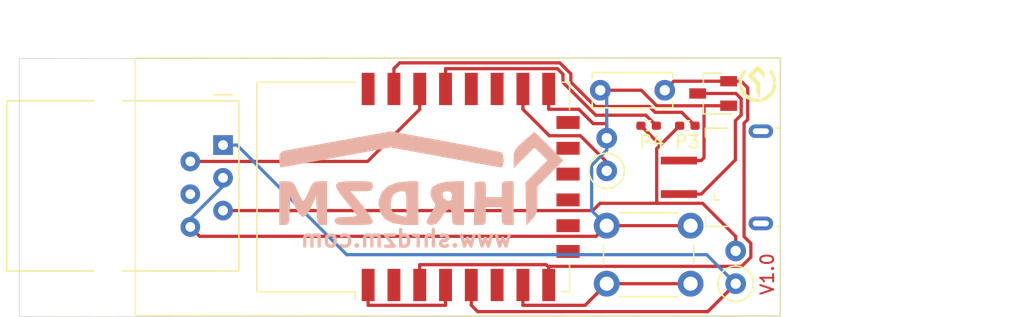
<source format=kicad_pcb>
(kicad_pcb (version 20171130) (host pcbnew "(5.1.9)-1")

  (general
    (thickness 1.6)
    (drawings 12)
    (tracks 100)
    (zones 0)
    (modules 12)
    (nets 24)
  )

  (page A4)
  (layers
    (0 F.Cu signal)
    (31 B.Cu signal)
    (32 B.Adhes user)
    (33 F.Adhes user)
    (34 B.Paste user)
    (35 F.Paste user)
    (36 B.SilkS user)
    (37 F.SilkS user)
    (38 B.Mask user)
    (39 F.Mask user)
    (40 Dwgs.User user)
    (41 Cmts.User user)
    (42 Eco1.User user)
    (43 Eco2.User user)
    (44 Edge.Cuts user)
    (45 Margin user)
    (46 B.CrtYd user)
    (47 F.CrtYd user)
    (48 B.Fab user)
    (49 F.Fab user)
  )

  (setup
    (last_trace_width 0.25)
    (trace_clearance 0.2)
    (zone_clearance 0.508)
    (zone_45_only no)
    (trace_min 0.2)
    (via_size 0.8)
    (via_drill 0.4)
    (via_min_size 0.4)
    (via_min_drill 0.3)
    (uvia_size 0.3)
    (uvia_drill 0.1)
    (uvias_allowed no)
    (uvia_min_size 0.2)
    (uvia_min_drill 0.1)
    (edge_width 0.05)
    (segment_width 0.2)
    (pcb_text_width 0.3)
    (pcb_text_size 1.5 1.5)
    (mod_edge_width 0.12)
    (mod_text_size 1 1)
    (mod_text_width 0.15)
    (pad_size 1.524 1.524)
    (pad_drill 0.762)
    (pad_to_mask_clearance 0)
    (aux_axis_origin 0 0)
    (visible_elements 7FFFFFFF)
    (pcbplotparams
      (layerselection 0x010fc_ffffffff)
      (usegerberextensions false)
      (usegerberattributes true)
      (usegerberadvancedattributes true)
      (creategerberjobfile true)
      (excludeedgelayer true)
      (linewidth 0.100000)
      (plotframeref false)
      (viasonmask false)
      (mode 1)
      (useauxorigin false)
      (hpglpennumber 1)
      (hpglpenspeed 20)
      (hpglpendiameter 15.000000)
      (psnegative false)
      (psa4output false)
      (plotreference true)
      (plotvalue true)
      (plotinvisibletext false)
      (padsonsilk false)
      (subtractmaskfromsilk false)
      (outputformat 1)
      (mirror false)
      (drillshape 1)
      (scaleselection 1)
      (outputdirectory ""))
  )

  (net 0 "")
  (net 1 +3V3)
  (net 2 "Net-(C2-Pad2)")
  (net 3 /GPIO3)
  (net 4 "Net-(J5-Pad1)")
  (net 5 "Net-(J7-Pad5)")
  (net 6 "Net-(J7-Pad4)")
  (net 7 "Net-(J7-Pad2)")
  (net 8 "Net-(J7-Pad1)")
  (net 9 "Net-(R1-Pad1)")
  (net 10 /GPIO4)
  (net 11 "Net-(SW1-Pad1)")
  (net 12 "Net-(U2-Pad1)")
  (net 13 "Net-(U2-Pad2)")
  (net 14 "Net-(U2-Pad6)")
  (net 15 "Net-(U2-Pad9)")
  (net 16 "Net-(U2-Pad10)")
  (net 17 "Net-(U2-Pad11)")
  (net 18 "Net-(U2-Pad12)")
  (net 19 "Net-(U2-Pad13)")
  (net 20 "Net-(U2-Pad14)")
  (net 21 "Net-(U2-Pad17)")
  (net 22 "Net-(U2-Pad18)")
  (net 23 "Net-(U2-Pad22)")

  (net_class Default "This is the default net class."
    (clearance 0.2)
    (trace_width 0.25)
    (via_dia 0.8)
    (via_drill 0.4)
    (uvia_dia 0.3)
    (uvia_drill 0.1)
    (add_net +3V3)
    (add_net /GPIO3)
    (add_net /GPIO4)
    (add_net "Net-(C2-Pad2)")
    (add_net "Net-(J5-Pad1)")
    (add_net "Net-(J7-Pad1)")
    (add_net "Net-(J7-Pad2)")
    (add_net "Net-(J7-Pad4)")
    (add_net "Net-(J7-Pad5)")
    (add_net "Net-(R1-Pad1)")
    (add_net "Net-(SW1-Pad1)")
    (add_net "Net-(U2-Pad1)")
    (add_net "Net-(U2-Pad10)")
    (add_net "Net-(U2-Pad11)")
    (add_net "Net-(U2-Pad12)")
    (add_net "Net-(U2-Pad13)")
    (add_net "Net-(U2-Pad14)")
    (add_net "Net-(U2-Pad17)")
    (add_net "Net-(U2-Pad18)")
    (add_net "Net-(U2-Pad2)")
    (add_net "Net-(U2-Pad22)")
    (add_net "Net-(U2-Pad6)")
    (add_net "Net-(U2-Pad9)")
  )

  (module "SHRDZM:SHRDZM 22x7" (layer B.Cu) (tedit 0) (tstamp 606D1335)
    (at 63 43.25 180)
    (fp_text reference G1 (at 0 0) (layer B.SilkS) hide
      (effects (font (size 1.524 1.524) (thickness 0.3)) (justify mirror))
    )
    (fp_text value LOGO (at 0.75 0) (layer B.SilkS) hide
      (effects (font (size 1.524 1.524) (thickness 0.3)) (justify mirror))
    )
    (fp_poly (pts (xy 6.33845 2.855293) (xy 7.417916 2.659623) (xy 8.416121 2.477961) (xy 9.287089 2.318731)
      (xy 9.98484 2.19036) (xy 10.463396 2.101271) (xy 10.660304 2.063377) (xy 10.937411 1.968731)
      (xy 11.057669 1.770842) (xy 11.083637 1.373224) (xy 11.061472 0.992029) (xy 11.006232 0.783193)
      (xy 10.98564 0.769697) (xy 10.81443 0.79655) (xy 10.380107 0.87235) (xy 9.722286 0.989964)
      (xy 8.880581 1.142255) (xy 7.894607 1.322089) (xy 6.803979 1.522331) (xy 6.675337 1.546032)
      (xy 2.463031 2.322366) (xy -1.749276 1.546032) (xy -2.854042 1.343541) (xy -3.863046 1.160741)
      (xy -4.735726 1.004807) (xy -5.431519 0.882919) (xy -5.909864 0.802252) (xy -6.130199 0.769986)
      (xy -6.136549 0.769697) (xy -6.253464 0.905031) (xy -6.310375 1.238488) (xy -6.311515 1.2994)
      (xy -6.273638 1.680671) (xy -6.181152 1.907521) (xy -6.168231 1.917657) (xy -5.98478 1.967536)
      (xy -5.538462 2.064115) (xy -4.8694 2.199457) (xy -4.017718 2.365623) (xy -3.02354 2.554673)
      (xy -1.92699 2.758671) (xy -1.792509 2.783396) (xy 2.43993 3.56058) (xy 6.33845 2.855293)) (layer B.SilkS) (width 0.01))
    (fp_poly (pts (xy 8.26362 -0.330757) (xy 8.475033 -0.447322) (xy 8.651647 -0.729463) (xy 8.803601 -1.077575)
      (xy 8.999928 -1.504146) (xy 9.165105 -1.783649) (xy 9.236364 -1.847272) (xy 9.352911 -1.717378)
      (xy 9.532806 -1.383147) (xy 9.669127 -1.077575) (xy 9.871071 -0.630791) (xy 10.049204 -0.401604)
      (xy 10.284523 -0.318124) (xy 10.536318 -0.307878) (xy 11.083637 -0.307878) (xy 11.083637 -3.694545)
      (xy 10.705532 -3.694545) (xy 10.509824 -3.676699) (xy 10.392873 -3.579298) (xy 10.329724 -3.336552)
      (xy 10.295422 -2.882668) (xy 10.282199 -2.578484) (xy 10.23697 -1.462424) (xy 9.87165 -2.270606)
      (xy 9.578486 -2.808425) (xy 9.317423 -3.060581) (xy 9.236364 -3.078787) (xy 8.988976 -2.928941)
      (xy 8.705713 -2.48863) (xy 8.601078 -2.270606) (xy 8.235758 -1.462424) (xy 8.190529 -2.578484)
      (xy 8.161159 -3.154028) (xy 8.114644 -3.487584) (xy 8.026028 -3.644945) (xy 7.870356 -3.691902)
      (xy 7.767196 -3.694545) (xy 7.389091 -3.694545) (xy 7.389091 -0.307878) (xy 7.93641 -0.307878)
      (xy 8.26362 -0.330757)) (layer B.SilkS) (width 0.01))
    (fp_poly (pts (xy 6.008444 -0.324563) (xy 6.489165 -0.397713) (xy 6.697007 -0.561976) (xy 6.648045 -0.851995)
      (xy 6.358353 -1.302417) (xy 5.943455 -1.826753) (xy 5.558275 -2.307948) (xy 5.261632 -2.698313)
      (xy 5.0982 -2.938158) (xy 5.08 -2.980469) (xy 5.219249 -3.034323) (xy 5.578439 -3.070034)
      (xy 5.926667 -3.078787) (xy 6.415954 -3.092151) (xy 6.670845 -3.149929) (xy 6.764304 -3.278654)
      (xy 6.773334 -3.386666) (xy 6.751251 -3.529762) (xy 6.646928 -3.620073) (xy 6.403254 -3.669624)
      (xy 5.96312 -3.690438) (xy 5.31091 -3.694545) (xy 4.627332 -3.688681) (xy 4.195493 -3.66408)
      (xy 3.959361 -3.610229) (xy 3.862904 -3.516613) (xy 3.848485 -3.420136) (xy 3.942489 -3.182397)
      (xy 4.193196 -2.785351) (xy 4.553648 -2.300582) (xy 4.706811 -2.111651) (xy 5.565136 -1.077575)
      (xy 4.706811 -1.077575) (xy 4.217751 -1.0679) (xy 3.961604 -1.016496) (xy 3.863511 -0.889801)
      (xy 3.848485 -0.692727) (xy 3.859459 -0.510799) (xy 3.93181 -0.397724) (xy 4.12468 -0.33713)
      (xy 4.497215 -0.312646) (xy 5.108556 -0.3079) (xy 5.238771 -0.307878) (xy 6.008444 -0.324563)) (layer B.SilkS) (width 0.01))
    (fp_poly (pts (xy 0.962122 -0.308737) (xy 1.928012 -0.402391) (xy 2.653662 -0.67821) (xy 3.134329 -1.132748)
      (xy 3.365267 -1.76256) (xy 3.386667 -2.069914) (xy 3.266339 -2.744473) (xy 2.90305 -3.237267)
      (xy 2.293344 -3.550801) (xy 1.433765 -3.68758) (xy 1.144525 -3.694545) (xy 0.307879 -3.694545)
      (xy 0.307879 -2.081114) (xy 1.231516 -2.081114) (xy 1.231516 -3.084653) (xy 1.654849 -2.983524)
      (xy 2.038885 -2.855649) (xy 2.270607 -2.730833) (xy 2.421578 -2.446134) (xy 2.454349 -2.018098)
      (xy 2.37379 -1.585602) (xy 2.221126 -1.31948) (xy 1.87761 -1.126027) (xy 1.605368 -1.077575)
      (xy 1.404546 -1.09646) (xy 1.292558 -1.199363) (xy 1.243559 -1.455657) (xy 1.231705 -1.934715)
      (xy 1.231516 -2.081114) (xy 0.307879 -2.081114) (xy 0.307879 -0.307878) (xy 0.962122 -0.308737)) (layer B.SilkS) (width 0.01))
    (fp_poly (pts (xy -1.761891 -0.364157) (xy -1.176456 -0.517601) (xy -0.795358 -0.745123) (xy -0.736702 -0.817812)
      (xy -0.622926 -1.255003) (xy -0.751502 -1.713021) (xy -0.860068 -1.862081) (xy -0.99411 -2.05174)
      (xy -0.986149 -2.247786) (xy -0.818135 -2.550589) (xy -0.706128 -2.718119) (xy -0.410165 -3.208523)
      (xy -0.330986 -3.512364) (xy -0.469438 -3.662528) (xy -0.731212 -3.694129) (xy -1.056406 -3.624237)
      (xy -1.314776 -3.367405) (xy -1.462424 -3.118673) (xy -1.71518 -2.746889) (xy -1.971816 -2.518078)
      (xy -2.039696 -2.492044) (xy -2.214385 -2.513209) (xy -2.293196 -2.712421) (xy -2.30909 -3.0675)
      (xy -2.326485 -3.466995) (xy -2.421636 -3.64641) (xy -2.658995 -3.693258) (xy -2.770909 -3.694545)
      (xy -3.232727 -3.694545) (xy -3.232727 -1.47313) (xy -2.30909 -1.47313) (xy -2.258836 -1.761451)
      (xy -2.055968 -1.82919) (xy -1.962727 -1.819494) (xy -1.651515 -1.644194) (xy -1.567172 -1.423939)
      (xy -1.58782 -1.165224) (xy -1.807492 -1.080681) (xy -1.913535 -1.077575) (xy -2.211204 -1.136573)
      (xy -2.306171 -1.375294) (xy -2.30909 -1.47313) (xy -3.232727 -1.47313) (xy -3.232727 -0.307878)
      (xy -2.473051 -0.307878) (xy -1.761891 -0.364157)) (layer B.SilkS) (width 0.01))
    (fp_poly (pts (xy -6.323272 -0.332194) (xy -6.191634 -0.463962) (xy -6.158304 -0.791414) (xy -6.157575 -0.923636)
      (xy -6.157575 -1.539394) (xy -4.92606 -1.539394) (xy -4.92606 -0.913411) (xy -4.90997 -0.516795)
      (xy -4.822498 -0.347616) (xy -4.604841 -0.325687) (xy -4.502727 -0.336138) (xy -4.079393 -0.384848)
      (xy -4.035701 -2.039697) (xy -3.992008 -3.694545) (xy -4.459034 -3.694545) (xy -4.746185 -3.674901)
      (xy -4.882186 -3.560245) (xy -4.923389 -3.266991) (xy -4.92606 -3.001818) (xy -4.92606 -2.30909)
      (xy -6.157575 -2.30909) (xy -6.157575 -3.001818) (xy -6.170963 -3.427786) (xy -6.248259 -3.629539)
      (xy -6.445168 -3.690629) (xy -6.619393 -3.694545) (xy -7.081212 -3.694545) (xy -7.081212 -0.307878)
      (xy -6.619393 -0.307878) (xy -6.323272 -0.332194)) (layer B.SilkS) (width 0.01))
    (fp_poly (pts (xy -7.889393 2.826854) (xy -7.459882 2.439798) (xy -7.217448 2.152798) (xy -7.109048 1.873213)
      (xy -7.081642 1.508401) (xy -7.081212 1.415339) (xy -7.081212 0.703245) (xy -7.893288 1.505234)
      (xy -8.705365 2.307223) (xy -9.201025 1.811562) (xy -9.696686 1.315902) (xy -8.84527 0.455508)
      (xy -7.993854 -0.404885) (xy -8.037836 -2.060399) (xy -8.081818 -3.715914) (xy -8.505151 -3.273473)
      (xy -8.733883 -3.000547) (xy -8.861695 -2.717593) (xy -8.917059 -2.323211) (xy -8.928484 -1.765742)
      (xy -8.928484 -0.700453) (xy -10.929686 1.316201) (xy -9.813631 2.421238) (xy -8.697575 3.526275)
      (xy -7.889393 2.826854)) (layer B.SilkS) (width 0.01))
  )

  (module "SHRDZM:SHRDZM Symbol 3x3" (layer F.Cu) (tedit 0) (tstamp 606D113A)
    (at 89 36)
    (fp_text reference G2 (at 0 0) (layer F.SilkS) hide
      (effects (font (size 1.524 1.524) (thickness 0.3)))
    )
    (fp_text value LOGO (at 0.75 0) (layer F.SilkS) hide
      (effects (font (size 1.524 1.524) (thickness 0.3)))
    )
    (fp_poly (pts (xy 0.279165 -1.168632) (xy 0.422541 -1.021868) (xy 0.506383 -0.914993) (xy 0.546412 -0.819633)
      (xy 0.558347 -0.707412) (xy 0.5588 -0.663871) (xy 0.5588 -0.435271) (xy 0.27991 -0.710696)
      (xy 0.001021 -0.986121) (xy -0.356875 -0.639235) (xy -0.075086 -0.354474) (xy 0.206704 -0.069713)
      (xy 0.1778 1.073827) (xy 0.0381 0.927833) (xy -0.037098 0.838234) (xy -0.079263 0.745446)
      (xy -0.097671 0.616256) (xy -0.1016 0.427552) (xy -0.1016 0.073264) (xy -0.4318 -0.254)
      (xy -0.577309 -0.403729) (xy -0.690086 -0.530269) (xy -0.753724 -0.614702) (xy -0.762 -0.634804)
      (xy -0.727925 -0.690727) (xy -0.63583 -0.799858) (xy -0.500912 -0.944964) (xy -0.381235 -1.066568)
      (xy -0.000469 -1.444791) (xy 0.279165 -1.168632)) (layer F.SilkS) (width 0.01))
    (fp_poly (pts (xy -0.964279 -1.040565) (xy -0.962134 -1.038625) (xy -0.895183 -0.963343) (xy -0.904292 -0.896181)
      (xy -0.940626 -0.84248) (xy -1.122477 -0.522056) (xy -1.207656 -0.192211) (xy -1.196872 0.135435)
      (xy -1.090835 0.449266) (xy -0.890254 0.737661) (xy -0.841013 0.789121) (xy -0.553279 1.015232)
      (xy -0.249064 1.14303) (xy 0.062476 1.172517) (xy 0.372184 1.103691) (xy 0.670903 0.936554)
      (xy 0.841012 0.789121) (xy 1.059653 0.506935) (xy 1.183887 0.197085) (xy 1.213004 -0.128812)
      (xy 1.146294 -0.459135) (xy 0.983048 -0.782268) (xy 0.940625 -0.84248) (xy 0.891303 -0.927962)
      (xy 0.914827 -0.992261) (xy 0.962133 -1.038625) (xy 1.021211 -1.084731) (xy 1.068578 -1.083922)
      (xy 1.125623 -1.023165) (xy 1.21374 -0.889426) (xy 1.217989 -0.882727) (xy 1.378882 -0.572228)
      (xy 1.456368 -0.264303) (xy 1.460214 0.077694) (xy 1.381906 0.44672) (xy 1.214004 0.778877)
      (xy 0.965857 1.060382) (xy 0.646814 1.277448) (xy 0.64635 1.277686) (xy 0.421101 1.356666)
      (xy 0.14492 1.401299) (xy -0.140151 1.408785) (xy -0.392068 1.37633) (xy -0.472543 1.352133)
      (xy -0.817641 1.17416) (xy -1.099517 0.927474) (xy -1.308555 0.625345) (xy -1.435141 0.281041)
      (xy -1.470687 -0.0254) (xy -1.446539 -0.339501) (xy -1.360043 -0.620782) (xy -1.217374 -0.8837)
      (xy -1.127862 -1.020115) (xy -1.070154 -1.083045) (xy -1.022781 -1.085518) (xy -0.964279 -1.040565)) (layer F.SilkS) (width 0.01))
  )

  (module Capacitor_THT:C_Disc_D6.0mm_W2.5mm_P5.00mm (layer F.Cu) (tedit 5AE50EF0) (tstamp 606CDA93)
    (at 81.8 36.5 180)
    (descr "C, Disc series, Radial, pin pitch=5.00mm, , diameter*width=6*2.5mm^2, Capacitor, http://cdn-reichelt.de/documents/datenblatt/B300/DS_KERKO_TC.pdf")
    (tags "C Disc series Radial pin pitch 5.00mm  diameter 6mm width 2.5mm Capacitor")
    (path /606A2AB1)
    (fp_text reference C2 (at 2.5 -2.5) (layer F.SilkS) hide
      (effects (font (size 1 1) (thickness 0.15)))
    )
    (fp_text value 100nF (at 2.5 2.5) (layer F.Fab) hide
      (effects (font (size 1 1) (thickness 0.15)))
    )
    (fp_line (start -0.5 -1.25) (end -0.5 1.25) (layer F.Fab) (width 0.1))
    (fp_line (start -0.5 1.25) (end 5.5 1.25) (layer F.Fab) (width 0.1))
    (fp_line (start 5.5 1.25) (end 5.5 -1.25) (layer F.Fab) (width 0.1))
    (fp_line (start 5.5 -1.25) (end -0.5 -1.25) (layer F.Fab) (width 0.1))
    (fp_line (start -0.62 -1.37) (end 5.62 -1.37) (layer F.SilkS) (width 0.12))
    (fp_line (start -0.62 1.37) (end 5.62 1.37) (layer F.SilkS) (width 0.12))
    (fp_line (start -0.62 -1.37) (end -0.62 -0.925) (layer F.SilkS) (width 0.12))
    (fp_line (start -0.62 0.925) (end -0.62 1.37) (layer F.SilkS) (width 0.12))
    (fp_line (start 5.62 -1.37) (end 5.62 -0.925) (layer F.SilkS) (width 0.12))
    (fp_line (start 5.62 0.925) (end 5.62 1.37) (layer F.SilkS) (width 0.12))
    (fp_line (start -1.05 -1.5) (end -1.05 1.5) (layer F.CrtYd) (width 0.05))
    (fp_line (start -1.05 1.5) (end 6.05 1.5) (layer F.CrtYd) (width 0.05))
    (fp_line (start 6.05 1.5) (end 6.05 -1.5) (layer F.CrtYd) (width 0.05))
    (fp_line (start 6.05 -1.5) (end -1.05 -1.5) (layer F.CrtYd) (width 0.05))
    (fp_text user %R (at 2.5 0) (layer F.Fab)
      (effects (font (size 1 1) (thickness 0.15)))
    )
    (pad 1 thru_hole circle (at 0 0 180) (size 1.6 1.6) (drill 0.8) (layers *.Cu *.Mask)
      (net 1 +3V3))
    (pad 2 thru_hole circle (at 5 0 180) (size 1.6 1.6) (drill 0.8) (layers *.Cu *.Mask)
      (net 2 "Net-(C2-Pad2)"))
    (model ${KISYS3DMOD}/Capacitor_THT.3dshapes/C_Disc_D6.0mm_W2.5mm_P5.00mm.wrl
      (at (xyz 0 0 0))
      (scale (xyz 1 1 1))
      (rotate (xyz 0 0 0))
    )
  )

  (module SHRDZM:USB_Micro-B_Power (layer F.Cu) (tedit 6055B067) (tstamp 606CDADA)
    (at 88.05 43.25 90)
    (tags "Micro-USB Power")
    (path /606C9F07)
    (attr smd)
    (fp_text reference J5 (at 0.05 -7.3 90) (layer F.SilkS) hide
      (effects (font (size 1 1) (thickness 0.15)))
    )
    (fp_text value USB_B_Micro_Power (at 0 5.2 90) (layer F.Fab) hide
      (effects (font (size 1 1) (thickness 0.15)))
    )
    (fp_line (start -1.1 -2.16) (end -1.1 -1.95) (layer F.Fab) (width 0.1))
    (fp_line (start -1.5 -2.16) (end -1.5 -1.95) (layer F.Fab) (width 0.1))
    (fp_line (start -1.5 -2.16) (end -1.1 -2.16) (layer F.Fab) (width 0.1))
    (fp_line (start -1.1 -1.95) (end -1.3 -1.75) (layer F.Fab) (width 0.1))
    (fp_line (start -1.3 -1.75) (end -1.5 -1.95) (layer F.Fab) (width 0.1))
    (fp_line (start -1.76 -2.41) (end -1.76 -2.02) (layer F.SilkS) (width 0.12))
    (fp_line (start -1.76 -2.41) (end -1.31 -2.41) (layer F.SilkS) (width 0.12))
    (fp_line (start 3.775 -3.1) (end 3.125 -3.1) (layer F.SilkS) (width 0.12))
    (fp_line (start 3.81 -1.37) (end 3.81 -3.1) (layer F.SilkS) (width 0.12))
    (fp_line (start -3.81 2.59) (end -3.81 2.38) (layer F.SilkS) (width 0.12))
    (fp_line (start -3.7 3.95) (end -3.7 -1.6) (layer F.Fab) (width 0.1))
    (fp_line (start -3.7 -1.6) (end 3.7 -1.6) (layer F.Fab) (width 0.1))
    (fp_line (start -3.7 3.95) (end 3.7 3.95) (layer F.Fab) (width 0.1))
    (fp_line (start -3 2.65) (end 3 2.65) (layer F.Fab) (width 0.1))
    (fp_line (start 3.7 3.95) (end 3.7 -1.6) (layer F.Fab) (width 0.1))
    (fp_line (start 3.81 2.59) (end 3.81 2.38) (layer F.SilkS) (width 0.12))
    (fp_line (start -3.81 -1.37) (end -3.81 -3.1) (layer F.SilkS) (width 0.12))
    (fp_line (start -3.7 -3.1) (end -3.04 -3.1) (layer F.SilkS) (width 0.12))
    (fp_line (start -4.6 4.45) (end -4.6 -2.65) (layer F.CrtYd) (width 0.05))
    (fp_line (start -4.6 -2.65) (end 4.6 -2.65) (layer F.CrtYd) (width 0.05))
    (fp_line (start 4.6 -2.65) (end 4.6 4.45) (layer F.CrtYd) (width 0.05))
    (fp_line (start -4.6 4.45) (end 4.6 4.45) (layer F.CrtYd) (width 0.05))
    (fp_text user %R (at 0 0.85 90) (layer F.Fab)
      (effects (font (size 1 1) (thickness 0.15)))
    )
    (pad "" thru_hole oval (at 3.575 1.2 90) (size 1.05 1.9) (drill oval 0.45 1.25) (layers *.Cu *.Mask))
    (pad "" thru_hole oval (at -3.575 1.2 270) (size 1.05 1.9) (drill oval 0.45 1.25) (layers *.Cu *.Mask))
    (pad 5 smd rect (at 1.3 -5.15 90) (size 0.6 2.8) (layers F.Cu F.Paste F.Mask)
      (net 2 "Net-(C2-Pad2)"))
    (pad 1 smd rect (at -1.3 -5.15 90) (size 0.6 2.8) (layers F.Cu F.Paste F.Mask)
      (net 4 "Net-(J5-Pad1)"))
    (model C:/Users/Erich/Nextcloud/Diverses/KiCAD/model/USB_Micro-B_Power.wrl
      (at (xyz 0 0 0))
      (scale (xyz 1 1 1))
      (rotate (xyz 0 0 0))
    )
  )

  (module Connector_RJ:RJ12_Amphenol_54601 (layer F.Cu) (tedit 5AE2E32D) (tstamp 606CDB06)
    (at 47.55 40.75 270)
    (descr "RJ12 connector  https://cdn.amphenol-icc.com/media/wysiwyg/files/drawing/c-bmj-0082.pdf")
    (tags "RJ12 connector")
    (path /6072674D)
    (fp_text reference J7 (at -1.67 -2.16 90) (layer F.SilkS) hide
      (effects (font (size 1 1) (thickness 0.15)))
    )
    (fp_text value RJ12 (at 3.54 18.3 90) (layer F.Fab) hide
      (effects (font (size 1 1) (thickness 0.15)))
    )
    (fp_line (start -3.43 -0.48) (end -3.43 -1.23) (layer F.Fab) (width 0.1))
    (fp_line (start -2.93 0.02) (end -3.43 -0.48) (layer F.Fab) (width 0.1))
    (fp_line (start -3.43 0.52) (end -2.93 0.02) (layer F.Fab) (width 0.1))
    (fp_line (start -3.9 0.77) (end -3.9 -0.76) (layer F.SilkS) (width 0.12))
    (fp_line (start -3.43 7.79) (end -3.43 -1.23) (layer F.SilkS) (width 0.12))
    (fp_line (start -3.43 7.72) (end -3.43 7.79) (layer F.SilkS) (width 0.1))
    (fp_line (start -3.43 16.77) (end -3.43 9.99) (layer F.SilkS) (width 0.12))
    (fp_line (start 9.77 16.77) (end -3.43 16.77) (layer F.SilkS) (width 0.12))
    (fp_line (start 9.77 16.76) (end 9.77 16.77) (layer F.SilkS) (width 0.1))
    (fp_line (start 9.77 16.77) (end 9.77 9.99) (layer F.SilkS) (width 0.12))
    (fp_line (start 9.77 16.65) (end 9.77 16.77) (layer F.SilkS) (width 0.1))
    (fp_line (start 9.77 -1.23) (end 9.77 7.79) (layer F.SilkS) (width 0.12))
    (fp_line (start -3.43 -1.23) (end 9.77 -1.23) (layer F.SilkS) (width 0.12))
    (fp_line (start -4.04 17.27) (end -4.04 -1.73) (layer F.CrtYd) (width 0.05))
    (fp_line (start 10.38 17.27) (end -4.04 17.27) (layer F.CrtYd) (width 0.05))
    (fp_line (start 10.38 -1.73) (end 10.38 17.27) (layer F.CrtYd) (width 0.05))
    (fp_line (start -4.04 -1.73) (end 10.38 -1.73) (layer F.CrtYd) (width 0.05))
    (fp_line (start 9.77 16.77) (end -3.43 16.77) (layer F.Fab) (width 0.1))
    (fp_line (start 9.77 -1.23) (end 9.77 16.77) (layer F.Fab) (width 0.1))
    (fp_line (start -3.43 -1.23) (end 9.77 -1.23) (layer F.Fab) (width 0.1))
    (fp_line (start -3.43 16.77) (end -3.43 0.52) (layer F.Fab) (width 0.1))
    (fp_text user %R (at 3.16 7.76 90) (layer F.Fab)
      (effects (font (size 1 1) (thickness 0.15)))
    )
    (pad "" np_thru_hole circle (at 8.25 8.89 270) (size 3.25 3.25) (drill 3.25) (layers *.Cu *.Mask))
    (pad 6 thru_hole circle (at 6.35 2.54 270) (size 1.52 1.52) (drill 0.76) (layers *.Cu *.Mask)
      (net 2 "Net-(C2-Pad2)"))
    (pad 5 thru_hole circle (at 5.08 0 270) (size 1.52 1.52) (drill 0.76) (layers *.Cu *.Mask)
      (net 5 "Net-(J7-Pad5)"))
    (pad 4 thru_hole circle (at 3.81 2.54 270) (size 1.52 1.52) (drill 0.76) (layers *.Cu *.Mask)
      (net 6 "Net-(J7-Pad4)"))
    (pad 3 thru_hole circle (at 2.54 0 270) (size 1.52 1.52) (drill 0.76) (layers *.Cu *.Mask)
      (net 2 "Net-(C2-Pad2)"))
    (pad 2 thru_hole circle (at 1.27 2.54 270) (size 1.52 1.52) (drill 0.76) (layers *.Cu *.Mask)
      (net 7 "Net-(J7-Pad2)"))
    (pad "" np_thru_hole circle (at -1.91 8.89 270) (size 3.25 3.25) (drill 3.25) (layers *.Cu *.Mask))
    (pad 1 thru_hole rect (at 0 0 270) (size 1.52 1.52) (drill 0.76) (layers *.Cu *.Mask)
      (net 8 "Net-(J7-Pad1)"))
    (model ${KISYS3DMOD}/Connector_RJ.3dshapes/RJ12_Amphenol_54601.wrl
      (at (xyz 0 0 0))
      (scale (xyz 1 1 1))
      (rotate (xyz 0 0 0))
    )
    (model C:/Users/erich/Nextcloud/Diverses/KiCAD/model/95501-2661.wrl
      (offset (xyz 3.2 -17 5.75))
      (scale (xyz 400 400 400))
      (rotate (xyz -90 0 0))
    )
  )

  (module Resistor_THT:R_Axial_DIN0207_L6.3mm_D2.5mm_P2.54mm_Vertical (layer F.Cu) (tedit 5AE5139B) (tstamp 606CDB15)
    (at 77.3 42.75 90)
    (descr "Resistor, Axial_DIN0207 series, Axial, Vertical, pin pitch=2.54mm, 0.25W = 1/4W, length*diameter=6.3*2.5mm^2, http://cdn-reichelt.de/documents/datenblatt/B400/1_4W%23YAG.pdf")
    (tags "Resistor Axial_DIN0207 series Axial Vertical pin pitch 2.54mm 0.25W = 1/4W length 6.3mm diameter 2.5mm")
    (path /606E8C66)
    (fp_text reference R1 (at 1.27 -2.37 90) (layer F.SilkS) hide
      (effects (font (size 1 1) (thickness 0.15)))
    )
    (fp_text value 10k (at 1.27 2.37 90) (layer F.Fab)
      (effects (font (size 1 1) (thickness 0.15)))
    )
    (fp_line (start 3.59 -1.5) (end -1.5 -1.5) (layer F.CrtYd) (width 0.05))
    (fp_line (start 3.59 1.5) (end 3.59 -1.5) (layer F.CrtYd) (width 0.05))
    (fp_line (start -1.5 1.5) (end 3.59 1.5) (layer F.CrtYd) (width 0.05))
    (fp_line (start -1.5 -1.5) (end -1.5 1.5) (layer F.CrtYd) (width 0.05))
    (fp_line (start 1.37 0) (end 1.44 0) (layer F.SilkS) (width 0.12))
    (fp_line (start 0 0) (end 2.54 0) (layer F.Fab) (width 0.1))
    (fp_circle (center 0 0) (end 1.37 0) (layer F.SilkS) (width 0.12))
    (fp_circle (center 0 0) (end 1.25 0) (layer F.Fab) (width 0.1))
    (fp_text user %R (at 1.27 -2.37 90) (layer F.Fab)
      (effects (font (size 1 1) (thickness 0.15)))
    )
    (pad 2 thru_hole oval (at 2.54 0 90) (size 1.6 1.6) (drill 0.8) (layers *.Cu *.Mask)
      (net 2 "Net-(C2-Pad2)"))
    (pad 1 thru_hole circle (at 0 0 90) (size 1.6 1.6) (drill 0.8) (layers *.Cu *.Mask)
      (net 9 "Net-(R1-Pad1)"))
    (model ${KISYS3DMOD}/Resistor_THT.3dshapes/R_Axial_DIN0207_L6.3mm_D2.5mm_P2.54mm_Vertical.wrl
      (at (xyz 0 0 0))
      (scale (xyz 1 1 1))
      (rotate (xyz 0 0 0))
    )
  )

  (module Resistor_SMD:R_0402_1005Metric_Pad0.72x0.64mm_HandSolder (layer F.Cu) (tedit 5F6BB9E0) (tstamp 606CDB26)
    (at 83.55 39.25)
    (descr "Resistor SMD 0402 (1005 Metric), square (rectangular) end terminal, IPC_7351 nominal with elongated pad for handsoldering. (Body size source: IPC-SM-782 page 72, https://www.pcb-3d.com/wordpress/wp-content/uploads/ipc-sm-782a_amendment_1_and_2.pdf), generated with kicad-footprint-generator")
    (tags "resistor handsolder")
    (path /606C9BA3)
    (attr smd)
    (fp_text reference P3 (at 0 1.25) (layer F.SilkS)
      (effects (font (size 1 1) (thickness 0.15)))
    )
    (fp_text value 0R (at 0 1.17) (layer F.Fab) hide
      (effects (font (size 1 1) (thickness 0.15)))
    )
    (fp_line (start -0.525 0.27) (end -0.525 -0.27) (layer F.Fab) (width 0.1))
    (fp_line (start -0.525 -0.27) (end 0.525 -0.27) (layer F.Fab) (width 0.1))
    (fp_line (start 0.525 -0.27) (end 0.525 0.27) (layer F.Fab) (width 0.1))
    (fp_line (start 0.525 0.27) (end -0.525 0.27) (layer F.Fab) (width 0.1))
    (fp_line (start -0.167621 -0.38) (end 0.167621 -0.38) (layer F.SilkS) (width 0.12))
    (fp_line (start -0.167621 0.38) (end 0.167621 0.38) (layer F.SilkS) (width 0.12))
    (fp_line (start -1.1 0.47) (end -1.1 -0.47) (layer F.CrtYd) (width 0.05))
    (fp_line (start -1.1 -0.47) (end 1.1 -0.47) (layer F.CrtYd) (width 0.05))
    (fp_line (start 1.1 -0.47) (end 1.1 0.47) (layer F.CrtYd) (width 0.05))
    (fp_line (start 1.1 0.47) (end -1.1 0.47) (layer F.CrtYd) (width 0.05))
    (fp_text user %R (at 0 0) (layer F.Fab)
      (effects (font (size 0.26 0.26) (thickness 0.04)))
    )
    (pad 1 smd roundrect (at -0.5975 0) (size 0.715 0.64) (layers F.Cu F.Paste F.Mask) (roundrect_rratio 0.25)
      (net 5 "Net-(J7-Pad5)"))
    (pad 2 smd roundrect (at 0.5975 0) (size 0.715 0.64) (layers F.Cu F.Paste F.Mask) (roundrect_rratio 0.25)
      (net 3 /GPIO3))
    (model ${KISYS3DMOD}/Resistor_SMD.3dshapes/R_0402_1005Metric.wrl
      (at (xyz 0 0 0))
      (scale (xyz 1 1 1))
      (rotate (xyz 0 0 0))
    )
  )

  (module Resistor_THT:R_Axial_DIN0207_L6.3mm_D2.5mm_P2.54mm_Vertical (layer F.Cu) (tedit 5AE5139B) (tstamp 606CDB35)
    (at 87.3 51.5 90)
    (descr "Resistor, Axial_DIN0207 series, Axial, Vertical, pin pitch=2.54mm, 0.25W = 1/4W, length*diameter=6.3*2.5mm^2, http://cdn-reichelt.de/documents/datenblatt/B400/1_4W%23YAG.pdf")
    (tags "Resistor Axial_DIN0207 series Axial Vertical pin pitch 2.54mm 0.25W = 1/4W length 6.3mm diameter 2.5mm")
    (path /606AFBFE)
    (fp_text reference R5 (at 1.27 -2.37 90) (layer F.SilkS) hide
      (effects (font (size 1 1) (thickness 0.15)))
    )
    (fp_text value 10k (at 1.27 2.37 90) (layer F.Fab)
      (effects (font (size 1 1) (thickness 0.15)))
    )
    (fp_circle (center 0 0) (end 1.25 0) (layer F.Fab) (width 0.1))
    (fp_circle (center 0 0) (end 1.37 0) (layer F.SilkS) (width 0.12))
    (fp_line (start 0 0) (end 2.54 0) (layer F.Fab) (width 0.1))
    (fp_line (start 1.37 0) (end 1.44 0) (layer F.SilkS) (width 0.12))
    (fp_line (start -1.5 -1.5) (end -1.5 1.5) (layer F.CrtYd) (width 0.05))
    (fp_line (start -1.5 1.5) (end 3.59 1.5) (layer F.CrtYd) (width 0.05))
    (fp_line (start 3.59 1.5) (end 3.59 -1.5) (layer F.CrtYd) (width 0.05))
    (fp_line (start 3.59 -1.5) (end -1.5 -1.5) (layer F.CrtYd) (width 0.05))
    (fp_text user %R (at 1.27 -2.37 90) (layer F.Fab)
      (effects (font (size 1 1) (thickness 0.15)))
    )
    (pad 1 thru_hole circle (at 0 0 90) (size 1.6 1.6) (drill 0.8) (layers *.Cu *.Mask)
      (net 8 "Net-(J7-Pad1)"))
    (pad 2 thru_hole oval (at 2.54 0 90) (size 1.6 1.6) (drill 0.8) (layers *.Cu *.Mask)
      (net 5 "Net-(J7-Pad5)"))
    (model ${KISYS3DMOD}/Resistor_THT.3dshapes/R_Axial_DIN0207_L6.3mm_D2.5mm_P2.54mm_Vertical.wrl
      (at (xyz 0 0 0))
      (scale (xyz 1 1 1))
      (rotate (xyz 0 0 0))
    )
  )

  (module Resistor_SMD:R_0402_1005Metric_Pad0.72x0.64mm_HandSolder (layer F.Cu) (tedit 5F6BB9E0) (tstamp 606CDB46)
    (at 80.55 39.25)
    (descr "Resistor SMD 0402 (1005 Metric), square (rectangular) end terminal, IPC_7351 nominal with elongated pad for handsoldering. (Body size source: IPC-SM-782 page 72, https://www.pcb-3d.com/wordpress/wp-content/uploads/ipc-sm-782a_amendment_1_and_2.pdf), generated with kicad-footprint-generator")
    (tags "resistor handsolder")
    (path /60715416)
    (attr smd)
    (fp_text reference P4 (at 0.25 1.25) (layer F.SilkS)
      (effects (font (size 1 1) (thickness 0.15)))
    )
    (fp_text value 0R (at 0 1.17) (layer F.Fab) hide
      (effects (font (size 1 1) (thickness 0.15)))
    )
    (fp_line (start 1.1 0.47) (end -1.1 0.47) (layer F.CrtYd) (width 0.05))
    (fp_line (start 1.1 -0.47) (end 1.1 0.47) (layer F.CrtYd) (width 0.05))
    (fp_line (start -1.1 -0.47) (end 1.1 -0.47) (layer F.CrtYd) (width 0.05))
    (fp_line (start -1.1 0.47) (end -1.1 -0.47) (layer F.CrtYd) (width 0.05))
    (fp_line (start -0.167621 0.38) (end 0.167621 0.38) (layer F.SilkS) (width 0.12))
    (fp_line (start -0.167621 -0.38) (end 0.167621 -0.38) (layer F.SilkS) (width 0.12))
    (fp_line (start 0.525 0.27) (end -0.525 0.27) (layer F.Fab) (width 0.1))
    (fp_line (start 0.525 -0.27) (end 0.525 0.27) (layer F.Fab) (width 0.1))
    (fp_line (start -0.525 -0.27) (end 0.525 -0.27) (layer F.Fab) (width 0.1))
    (fp_line (start -0.525 0.27) (end -0.525 -0.27) (layer F.Fab) (width 0.1))
    (fp_text user %R (at 0 0) (layer F.Fab) hide
      (effects (font (size 0.26 0.26) (thickness 0.04)))
    )
    (pad 2 smd roundrect (at 0.5975 0) (size 0.715 0.64) (layers F.Cu F.Paste F.Mask) (roundrect_rratio 0.25)
      (net 10 /GPIO4))
    (pad 1 smd roundrect (at -0.5975 0) (size 0.715 0.64) (layers F.Cu F.Paste F.Mask) (roundrect_rratio 0.25)
      (net 5 "Net-(J7-Pad5)"))
    (model ${KISYS3DMOD}/Resistor_SMD.3dshapes/R_0402_1005Metric.wrl
      (at (xyz 0 0 0))
      (scale (xyz 1 1 1))
      (rotate (xyz 0 0 0))
    )
  )

  (module Button_Switch_THT:SW_PUSH_6mm (layer F.Cu) (tedit 5A02FE31) (tstamp 606CDB65)
    (at 83.8 51.5 180)
    (descr https://www.omron.com/ecb/products/pdf/en-b3f.pdf)
    (tags "tact sw push 6mm")
    (path /606B9AF3)
    (fp_text reference SW1 (at 3.25 -2) (layer F.SilkS) hide
      (effects (font (size 1 1) (thickness 0.15)))
    )
    (fp_text value Pairing (at 3.75 6.7) (layer F.Fab)
      (effects (font (size 1 1) (thickness 0.15)))
    )
    (fp_line (start 3.25 -0.75) (end 6.25 -0.75) (layer F.Fab) (width 0.1))
    (fp_line (start 6.25 -0.75) (end 6.25 5.25) (layer F.Fab) (width 0.1))
    (fp_line (start 6.25 5.25) (end 0.25 5.25) (layer F.Fab) (width 0.1))
    (fp_line (start 0.25 5.25) (end 0.25 -0.75) (layer F.Fab) (width 0.1))
    (fp_line (start 0.25 -0.75) (end 3.25 -0.75) (layer F.Fab) (width 0.1))
    (fp_line (start 7.75 6) (end 8 6) (layer F.CrtYd) (width 0.05))
    (fp_line (start 8 6) (end 8 5.75) (layer F.CrtYd) (width 0.05))
    (fp_line (start 7.75 -1.5) (end 8 -1.5) (layer F.CrtYd) (width 0.05))
    (fp_line (start 8 -1.5) (end 8 -1.25) (layer F.CrtYd) (width 0.05))
    (fp_line (start -1.5 -1.25) (end -1.5 -1.5) (layer F.CrtYd) (width 0.05))
    (fp_line (start -1.5 -1.5) (end -1.25 -1.5) (layer F.CrtYd) (width 0.05))
    (fp_line (start -1.5 5.75) (end -1.5 6) (layer F.CrtYd) (width 0.05))
    (fp_line (start -1.5 6) (end -1.25 6) (layer F.CrtYd) (width 0.05))
    (fp_line (start -1.25 -1.5) (end 7.75 -1.5) (layer F.CrtYd) (width 0.05))
    (fp_line (start -1.5 5.75) (end -1.5 -1.25) (layer F.CrtYd) (width 0.05))
    (fp_line (start 7.75 6) (end -1.25 6) (layer F.CrtYd) (width 0.05))
    (fp_line (start 8 -1.25) (end 8 5.75) (layer F.CrtYd) (width 0.05))
    (fp_line (start 1 5.5) (end 5.5 5.5) (layer F.SilkS) (width 0.12))
    (fp_line (start -0.25 1.5) (end -0.25 3) (layer F.SilkS) (width 0.12))
    (fp_line (start 5.5 -1) (end 1 -1) (layer F.SilkS) (width 0.12))
    (fp_line (start 6.75 3) (end 6.75 1.5) (layer F.SilkS) (width 0.12))
    (fp_circle (center 3.25 2.25) (end 1.25 2.5) (layer F.Fab) (width 0.1))
    (fp_text user %R (at 3.25 2.25) (layer F.Fab)
      (effects (font (size 1 1) (thickness 0.15)))
    )
    (pad 2 thru_hole circle (at 0 4.5 270) (size 2 2) (drill 1.1) (layers *.Cu *.Mask)
      (net 2 "Net-(C2-Pad2)"))
    (pad 1 thru_hole circle (at 0 0 270) (size 2 2) (drill 1.1) (layers *.Cu *.Mask)
      (net 11 "Net-(SW1-Pad1)"))
    (pad 2 thru_hole circle (at 6.5 4.5 270) (size 2 2) (drill 1.1) (layers *.Cu *.Mask)
      (net 2 "Net-(C2-Pad2)"))
    (pad 1 thru_hole circle (at 6.5 0 270) (size 2 2) (drill 1.1) (layers *.Cu *.Mask)
      (net 11 "Net-(SW1-Pad1)"))
    (model ${KISYS3DMOD}/Button_Switch_THT.3dshapes/SW_PUSH_6mm.wrl
      (at (xyz 0 0 0))
      (scale (xyz 1 1 1))
      (rotate (xyz 0 0 0))
    )
  )

  (module ErichCollection:SOT-23_Handsoldering (layer F.Cu) (tedit 6069DCAE) (tstamp 606CDB7A)
    (at 85.55 36.75 180)
    (descr "SOT-23, Standard")
    (tags SOT-23)
    (path /6069E07A)
    (attr smd)
    (fp_text reference U1 (at 0 -2.5) (layer F.SilkS) hide
      (effects (font (size 1 1) (thickness 0.15)))
    )
    (fp_text value MCP1700-3302E_SOT23 (at 0 2.5) (layer F.Fab) hide
      (effects (font (size 1 1) (thickness 0.15)))
    )
    (fp_line (start 0.76 1.58) (end -0.7 1.58) (layer F.SilkS) (width 0.12))
    (fp_line (start 0.76 -1.58) (end -1.4 -1.58) (layer F.SilkS) (width 0.12))
    (fp_line (start -1.7 1.75) (end -1.7 -1.75) (layer F.CrtYd) (width 0.05))
    (fp_line (start 1.7 1.75) (end -1.7 1.75) (layer F.CrtYd) (width 0.05))
    (fp_line (start 1.7 -1.75) (end 1.7 1.75) (layer F.CrtYd) (width 0.05))
    (fp_line (start -1.7 -1.75) (end 1.7 -1.75) (layer F.CrtYd) (width 0.05))
    (fp_line (start 0.76 -1.58) (end 0.76 -0.65) (layer F.SilkS) (width 0.12))
    (fp_line (start 0.76 1.58) (end 0.76 0.65) (layer F.SilkS) (width 0.12))
    (fp_line (start -0.7 1.52) (end 0.7 1.52) (layer F.Fab) (width 0.1))
    (fp_line (start 0.7 -1.52) (end 0.7 1.52) (layer F.Fab) (width 0.1))
    (fp_line (start -0.7 -0.95) (end -0.15 -1.52) (layer F.Fab) (width 0.1))
    (fp_line (start -0.15 -1.52) (end 0.7 -1.52) (layer F.Fab) (width 0.1))
    (fp_line (start -0.7 -0.95) (end -0.7 1.5) (layer F.Fab) (width 0.1))
    (fp_text user %R (at 0 0 90) (layer F.Fab)
      (effects (font (size 0.5 0.5) (thickness 0.075)))
    )
    (pad 1 smd rect (at -1.2 -0.95 180) (size 1.3 0.8) (layers F.Cu F.Paste F.Mask)
      (net 2 "Net-(C2-Pad2)"))
    (pad 2 smd rect (at -1.2 0.95 180) (size 1.3 0.8) (layers F.Cu F.Paste F.Mask)
      (net 1 +3V3))
    (pad 3 smd rect (at 1.2 0 180) (size 1.3 0.8) (layers F.Cu F.Paste F.Mask)
      (net 4 "Net-(J5-Pad1)"))
    (model ${KISYS3DMOD}/Package_TO_SOT_SMD.3dshapes/SOT-23.wrl
      (at (xyz 0 0 0))
      (scale (xyz 1 1 1))
      (rotate (xyz 0 0 0))
    )
  )

  (module RF_Module:ESP-12E (layer F.Cu) (tedit 5A030172) (tstamp 606CDBB5)
    (at 62.3 44 90)
    (descr "Wi-Fi Module, http://wiki.ai-thinker.com/_media/esp8266/docs/aithinker_esp_12f_datasheet_en.pdf")
    (tags "Wi-Fi Module")
    (path /606A5922)
    (attr smd)
    (fp_text reference U2 (at -10.56 -5.26 90) (layer F.SilkS) hide
      (effects (font (size 1 1) (thickness 0.15)))
    )
    (fp_text value ESP-12F (at -0.06 -12.78 90) (layer F.Fab)
      (effects (font (size 1 1) (thickness 0.15)))
    )
    (fp_line (start -8 -12) (end 8 -12) (layer F.Fab) (width 0.12))
    (fp_line (start 8 -12) (end 8 12) (layer F.Fab) (width 0.12))
    (fp_line (start 8 12) (end -8 12) (layer F.Fab) (width 0.12))
    (fp_line (start -8 12) (end -8 -3) (layer F.Fab) (width 0.12))
    (fp_line (start -8 -3) (end -7.5 -3.5) (layer F.Fab) (width 0.12))
    (fp_line (start -7.5 -3.5) (end -8 -4) (layer F.Fab) (width 0.12))
    (fp_line (start -8 -4) (end -8 -12) (layer F.Fab) (width 0.12))
    (fp_line (start -9.05 -12.2) (end 9.05 -12.2) (layer F.CrtYd) (width 0.05))
    (fp_line (start 9.05 -12.2) (end 9.05 13.1) (layer F.CrtYd) (width 0.05))
    (fp_line (start 9.05 13.1) (end -9.05 13.1) (layer F.CrtYd) (width 0.05))
    (fp_line (start -9.05 13.1) (end -9.05 -12.2) (layer F.CrtYd) (width 0.05))
    (fp_line (start -8.12 -12.12) (end 8.12 -12.12) (layer F.SilkS) (width 0.12))
    (fp_line (start 8.12 -12.12) (end 8.12 -4.5) (layer F.SilkS) (width 0.12))
    (fp_line (start 8.12 11.5) (end 8.12 12.12) (layer F.SilkS) (width 0.12))
    (fp_line (start 8.12 12.12) (end 6 12.12) (layer F.SilkS) (width 0.12))
    (fp_line (start -6 12.12) (end -8.12 12.12) (layer F.SilkS) (width 0.12))
    (fp_line (start -8.12 12.12) (end -8.12 11.5) (layer F.SilkS) (width 0.12))
    (fp_line (start -8.12 -4.5) (end -8.12 -12.12) (layer F.SilkS) (width 0.12))
    (fp_line (start -8.12 -4.5) (end -8.73 -4.5) (layer F.SilkS) (width 0.12))
    (fp_line (start -8.12 -12.12) (end 8.12 -12.12) (layer Dwgs.User) (width 0.12))
    (fp_line (start 8.12 -12.12) (end 8.12 -4.8) (layer Dwgs.User) (width 0.12))
    (fp_line (start 8.12 -4.8) (end -8.12 -4.8) (layer Dwgs.User) (width 0.12))
    (fp_line (start -8.12 -4.8) (end -8.12 -12.12) (layer Dwgs.User) (width 0.12))
    (fp_line (start -8.12 -9.12) (end -5.12 -12.12) (layer Dwgs.User) (width 0.12))
    (fp_line (start -8.12 -6.12) (end -2.12 -12.12) (layer Dwgs.User) (width 0.12))
    (fp_line (start -6.44 -4.8) (end 0.88 -12.12) (layer Dwgs.User) (width 0.12))
    (fp_line (start -3.44 -4.8) (end 3.88 -12.12) (layer Dwgs.User) (width 0.12))
    (fp_line (start -0.44 -4.8) (end 6.88 -12.12) (layer Dwgs.User) (width 0.12))
    (fp_line (start 2.56 -4.8) (end 8.12 -10.36) (layer Dwgs.User) (width 0.12))
    (fp_line (start 5.56 -4.8) (end 8.12 -7.36) (layer Dwgs.User) (width 0.12))
    (fp_text user Antenna (at -0.06 -7 270) (layer Cmts.User)
      (effects (font (size 1 1) (thickness 0.15)))
    )
    (fp_text user "KEEP-OUT ZONE" (at 0.03 -9.55 270) (layer Cmts.User)
      (effects (font (size 1 1) (thickness 0.15)))
    )
    (fp_text user %R (at 0.49 -0.8 90) (layer F.Fab)
      (effects (font (size 1 1) (thickness 0.15)))
    )
    (pad 1 smd rect (at -7.6 -3.5 90) (size 2.5 1) (layers F.Cu F.Paste F.Mask)
      (net 12 "Net-(U2-Pad1)"))
    (pad 2 smd rect (at -7.6 -1.5 90) (size 2.5 1) (layers F.Cu F.Paste F.Mask)
      (net 13 "Net-(U2-Pad2)"))
    (pad 3 smd rect (at -7.6 0.5 90) (size 2.5 1) (layers F.Cu F.Paste F.Mask)
      (net 1 +3V3))
    (pad 4 smd rect (at -7.6 2.5 90) (size 2.5 1) (layers F.Cu F.Paste F.Mask)
      (net 12 "Net-(U2-Pad1)"))
    (pad 5 smd rect (at -7.6 4.5 90) (size 2.5 1) (layers F.Cu F.Paste F.Mask)
      (net 8 "Net-(J7-Pad1)"))
    (pad 6 smd rect (at -7.6 6.5 90) (size 2.5 1) (layers F.Cu F.Paste F.Mask)
      (net 14 "Net-(U2-Pad6)"))
    (pad 7 smd rect (at -7.6 8.5 90) (size 2.5 1) (layers F.Cu F.Paste F.Mask)
      (net 11 "Net-(SW1-Pad1)"))
    (pad 8 smd rect (at -7.6 10.5 90) (size 2.5 1) (layers F.Cu F.Paste F.Mask)
      (net 1 +3V3))
    (pad 9 smd rect (at -5 12 90) (size 1 1.8) (layers F.Cu F.Paste F.Mask)
      (net 15 "Net-(U2-Pad9)"))
    (pad 10 smd rect (at -3 12 90) (size 1 1.8) (layers F.Cu F.Paste F.Mask)
      (net 16 "Net-(U2-Pad10)"))
    (pad 11 smd rect (at -1 12 90) (size 1 1.8) (layers F.Cu F.Paste F.Mask)
      (net 17 "Net-(U2-Pad11)"))
    (pad 12 smd rect (at 1 12 90) (size 1 1.8) (layers F.Cu F.Paste F.Mask)
      (net 18 "Net-(U2-Pad12)"))
    (pad 13 smd rect (at 3 12 90) (size 1 1.8) (layers F.Cu F.Paste F.Mask)
      (net 19 "Net-(U2-Pad13)"))
    (pad 14 smd rect (at 5 12 90) (size 1 1.8) (layers F.Cu F.Paste F.Mask)
      (net 20 "Net-(U2-Pad14)"))
    (pad 15 smd rect (at 7.6 10.5 90) (size 2.5 1) (layers F.Cu F.Paste F.Mask)
      (net 2 "Net-(C2-Pad2)"))
    (pad 16 smd rect (at 7.6 8.5 90) (size 2.5 1) (layers F.Cu F.Paste F.Mask)
      (net 9 "Net-(R1-Pad1)"))
    (pad 17 smd rect (at 7.6 6.5 90) (size 2.5 1) (layers F.Cu F.Paste F.Mask)
      (net 21 "Net-(U2-Pad17)"))
    (pad 18 smd rect (at 7.6 4.5 90) (size 2.5 1) (layers F.Cu F.Paste F.Mask)
      (net 22 "Net-(U2-Pad18)"))
    (pad 19 smd rect (at 7.6 2.5 90) (size 2.5 1) (layers F.Cu F.Paste F.Mask)
      (net 10 /GPIO4))
    (pad 20 smd rect (at 7.6 0.5 90) (size 2.5 1) (layers F.Cu F.Paste F.Mask)
      (net 7 "Net-(J7-Pad2)"))
    (pad 21 smd rect (at 7.6 -1.5 90) (size 2.5 1) (layers F.Cu F.Paste F.Mask)
      (net 3 /GPIO3))
    (pad 22 smd rect (at 7.6 -3.5 90) (size 2.5 1) (layers F.Cu F.Paste F.Mask)
      (net 23 "Net-(U2-Pad22)"))
    (model ${KISYS3DMOD}/RF_Module.3dshapes/ESP-12E.wrl
      (at (xyz 0 0 0))
      (scale (xyz 1 1 1))
      (rotate (xyz 0 0 0))
    )
  )

  (gr_line (start 31.75 34.05) (end 90.75 34) (layer Edge.Cuts) (width 0.05) (tstamp 60721DF8))
  (gr_line (start 31.75 54.05) (end 31.75 34.05) (layer Edge.Cuts) (width 0.05))
  (gr_line (start 90.75 54) (end 31.75 54.05) (layer Edge.Cuts) (width 0.05))
  (gr_line (start 90.75 34) (end 90.75 54) (layer Edge.Cuts) (width 0.05))
  (gr_line (start 40.75 34) (end 90.75 34) (layer F.SilkS) (width 0.12) (tstamp 606D3243))
  (gr_line (start 40.75 54) (end 40.75 34) (layer F.SilkS) (width 0.12))
  (gr_line (start 90.75 54) (end 40.75 54) (layer F.SilkS) (width 0.12))
  (gr_line (start 90.75 34) (end 90.75 54) (layer F.SilkS) (width 0.12))
  (dimension 50 (width 0.15) (layer Dwgs.User)
    (gr_text "50,000 mm" (at 65.75 30.2) (layer Dwgs.User)
      (effects (font (size 1 1) (thickness 0.15)))
    )
    (feature1 (pts (xy 40.75 34) (xy 40.75 30.913579)))
    (feature2 (pts (xy 90.75 34) (xy 90.75 30.913579)))
    (crossbar (pts (xy 90.75 31.5) (xy 40.75 31.5)))
    (arrow1a (pts (xy 40.75 31.5) (xy 41.876504 30.913579)))
    (arrow1b (pts (xy 40.75 31.5) (xy 41.876504 32.086421)))
    (arrow2a (pts (xy 90.75 31.5) (xy 89.623496 30.913579)))
    (arrow2b (pts (xy 90.75 31.5) (xy 89.623496 32.086421)))
  )
  (gr_text www.shrdzm.com (at 61.75 48) (layer B.SilkS)
    (effects (font (size 1.3 1.3) (thickness 0.25)) (justify mirror))
  )
  (gr_text V1.0 (at 89.75 50.75 90) (layer F.Cu)
    (effects (font (size 1 1) (thickness 0.15)))
  )
  (dimension 20 (width 0.15) (layer Dwgs.User)
    (gr_text "20,000 mm" (at 108.3 44 270) (layer Dwgs.User)
      (effects (font (size 1 1) (thickness 0.15)))
    )
    (feature1 (pts (xy 91 54) (xy 107.586421 54)))
    (feature2 (pts (xy 91 34) (xy 107.586421 34)))
    (crossbar (pts (xy 107 34) (xy 107 54)))
    (arrow1a (pts (xy 107 54) (xy 106.413579 52.873496)))
    (arrow1b (pts (xy 107 54) (xy 107.586421 52.873496)))
    (arrow2a (pts (xy 107 34) (xy 106.413579 35.126504)))
    (arrow2b (pts (xy 107 34) (xy 107.586421 35.126504)))
  )

  (segment (start 72.8 50.2216) (end 72.6031 50.0247) (width 0.25) (layer F.Cu) (net 1))
  (segment (start 72.6031 50.0247) (end 62.8 50.0247) (width 0.25) (layer F.Cu) (net 1))
  (segment (start 62.8 51.6) (end 62.8 50.0247) (width 0.25) (layer F.Cu) (net 1))
  (segment (start 72.8 50.2216) (end 72.868 50.1536) (width 0.25) (layer F.Cu) (net 1))
  (segment (start 72.868 50.1536) (end 87.7614 50.1536) (width 0.25) (layer F.Cu) (net 1))
  (segment (start 87.7614 50.1536) (end 88.4734 49.4416) (width 0.25) (layer F.Cu) (net 1))
  (segment (start 88.4734 49.4416) (end 88.4734 48.3712) (width 0.25) (layer F.Cu) (net 1))
  (segment (start 88.4734 48.3712) (end 87.9505 47.8483) (width 0.25) (layer F.Cu) (net 1))
  (segment (start 87.9505 47.8483) (end 87.9505 39.0499) (width 0.25) (layer F.Cu) (net 1))
  (segment (start 87.9505 39.0499) (end 88.2262 38.7742) (width 0.25) (layer F.Cu) (net 1))
  (segment (start 88.2262 38.7742) (end 88.2262 36.3009) (width 0.25) (layer F.Cu) (net 1))
  (segment (start 88.2262 36.3009) (end 87.7253 35.8) (width 0.25) (layer F.Cu) (net 1))
  (segment (start 86.75 35.8) (end 87.7253 35.8) (width 0.25) (layer F.Cu) (net 1))
  (segment (start 72.8 51.6) (end 72.8 50.2216) (width 0.25) (layer F.Cu) (net 1))
  (segment (start 81.8 36.5) (end 82.5 35.8) (width 0.25) (layer F.Cu) (net 1))
  (segment (start 82.5 35.8) (end 86.75 35.8) (width 0.25) (layer F.Cu) (net 1))
  (segment (start 77.3 47) (end 76.4747 47.8253) (width 0.25) (layer F.Cu) (net 2))
  (segment (start 76.4747 47.8253) (end 45.7353 47.8253) (width 0.25) (layer F.Cu) (net 2))
  (segment (start 45.7353 47.8253) (end 45.01 47.1) (width 0.25) (layer F.Cu) (net 2))
  (segment (start 83.8 47) (end 77.3 47) (width 0.25) (layer F.Cu) (net 2))
  (segment (start 84.8455 37.7034) (end 81.1779 37.7034) (width 0.25) (layer F.Cu) (net 2))
  (segment (start 81.1779 37.7034) (end 79.9745 36.5) (width 0.25) (layer F.Cu) (net 2))
  (segment (start 79.9745 36.5) (end 76.8 36.5) (width 0.25) (layer F.Cu) (net 2))
  (segment (start 77.3 40.21) (end 77.3 39.0847) (width 0.25) (layer F.Cu) (net 2))
  (segment (start 72.8 36.4) (end 72.8 37.9753) (width 0.25) (layer F.Cu) (net 2))
  (segment (start 72.8 37.9753) (end 75.1354 37.9753) (width 0.25) (layer F.Cu) (net 2))
  (segment (start 75.1354 37.9753) (end 76.2448 39.0847) (width 0.25) (layer F.Cu) (net 2))
  (segment (start 76.2448 39.0847) (end 77.3 39.0847) (width 0.25) (layer F.Cu) (net 2))
  (segment (start 77.3 41.1552) (end 76.1291 42.3261) (width 0.25) (layer B.Cu) (net 2))
  (segment (start 76.1291 42.3261) (end 76.1291 45.8291) (width 0.25) (layer B.Cu) (net 2))
  (segment (start 76.1291 45.8291) (end 77.3 47) (width 0.25) (layer B.Cu) (net 2))
  (segment (start 77.3 40.21) (end 77.3 41.1552) (width 0.25) (layer B.Cu) (net 2))
  (segment (start 76.8 36.5) (end 77.3 37) (width 0.25) (layer B.Cu) (net 2))
  (segment (start 77.3 37) (end 77.3 40.21) (width 0.25) (layer B.Cu) (net 2))
  (segment (start 84.8455 37.7034) (end 84.8489 37.7) (width 0.25) (layer F.Cu) (net 2))
  (segment (start 84.8489 37.7) (end 85.7747 37.7) (width 0.25) (layer F.Cu) (net 2))
  (segment (start 84.6253 41.95) (end 84.8455 41.7298) (width 0.25) (layer F.Cu) (net 2))
  (segment (start 84.8455 41.7298) (end 84.8455 37.7034) (width 0.25) (layer F.Cu) (net 2))
  (segment (start 82.9 41.95) (end 84.6253 41.95) (width 0.25) (layer F.Cu) (net 2))
  (segment (start 47.55 43.29) (end 47.55 43.9251) (width 0.25) (layer B.Cu) (net 2))
  (segment (start 47.55 43.9251) (end 45.01 46.4651) (width 0.25) (layer B.Cu) (net 2))
  (segment (start 45.01 46.4651) (end 45.01 47.1) (width 0.25) (layer B.Cu) (net 2))
  (segment (start 86.75 37.7) (end 85.7747 37.7) (width 0.25) (layer F.Cu) (net 2))
  (segment (start 84.1475 39.25) (end 83.1077 38.2102) (width 0.25) (layer F.Cu) (net 3))
  (segment (start 83.1077 38.2102) (end 81.0478 38.2102) (width 0.25) (layer F.Cu) (net 3))
  (segment (start 81.0478 38.2102) (end 80.5976 37.76) (width 0.25) (layer F.Cu) (net 3))
  (segment (start 80.5976 37.76) (end 76.41 37.76) (width 0.25) (layer F.Cu) (net 3))
  (segment (start 76.41 37.76) (end 74.5178 35.8678) (width 0.25) (layer F.Cu) (net 3))
  (segment (start 74.5178 35.8678) (end 74.5178 35.2309) (width 0.25) (layer F.Cu) (net 3))
  (segment (start 74.5178 35.2309) (end 73.6613 34.3744) (width 0.25) (layer F.Cu) (net 3))
  (segment (start 73.6613 34.3744) (end 61.2503 34.3744) (width 0.25) (layer F.Cu) (net 3))
  (segment (start 61.2503 34.3744) (end 60.8 34.8247) (width 0.25) (layer F.Cu) (net 3))
  (segment (start 60.8 36.4) (end 60.8 34.8247) (width 0.25) (layer F.Cu) (net 3))
  (segment (start 84.35 36.75) (end 87.3166 36.75) (width 0.25) (layer F.Cu) (net 4))
  (segment (start 87.3166 36.75) (end 87.7254 37.1588) (width 0.25) (layer F.Cu) (net 4))
  (segment (start 87.7254 37.1588) (end 87.7254 38.4128) (width 0.25) (layer F.Cu) (net 4))
  (segment (start 87.7254 38.4128) (end 87.2752 38.863) (width 0.25) (layer F.Cu) (net 4))
  (segment (start 87.2752 38.863) (end 87.2752 41.9001) (width 0.25) (layer F.Cu) (net 4))
  (segment (start 87.2752 41.9001) (end 84.6253 44.55) (width 0.25) (layer F.Cu) (net 4))
  (segment (start 82.9 44.55) (end 84.6253 44.55) (width 0.25) (layer F.Cu) (net 4))
  (segment (start 81.4525 40.75) (end 82.9525 39.25) (width 0.25) (layer F.Cu) (net 5))
  (segment (start 81.1746 45.2657) (end 81.1746 41.0279) (width 0.25) (layer F.Cu) (net 5))
  (segment (start 81.1746 41.0279) (end 81.4525 40.75) (width 0.25) (layer F.Cu) (net 5))
  (segment (start 79.9525 39.25) (end 81.4525 40.75) (width 0.25) (layer F.Cu) (net 5))
  (segment (start 81.1746 45.2657) (end 76.7818 45.2657) (width 0.25) (layer F.Cu) (net 5))
  (segment (start 76.7818 45.2657) (end 76.2175 45.83) (width 0.25) (layer F.Cu) (net 5))
  (segment (start 76.2175 45.83) (end 47.55 45.83) (width 0.25) (layer F.Cu) (net 5))
  (segment (start 87.3 47.8347) (end 84.731 45.2657) (width 0.25) (layer F.Cu) (net 5))
  (segment (start 84.731 45.2657) (end 81.1746 45.2657) (width 0.25) (layer F.Cu) (net 5))
  (segment (start 87.3 48.96) (end 87.3 47.8347) (width 0.25) (layer F.Cu) (net 5))
  (segment (start 62.8 36.4) (end 62.8 37.9753) (width 0.25) (layer F.Cu) (net 7))
  (segment (start 62.8 37.9753) (end 58.7553 42.02) (width 0.25) (layer F.Cu) (net 7))
  (segment (start 58.7553 42.02) (end 45.01 42.02) (width 0.25) (layer F.Cu) (net 7))
  (segment (start 47.55 40.75) (end 48.6353 40.75) (width 0.25) (layer B.Cu) (net 8))
  (segment (start 87.3 51.5) (end 85.05 49.25) (width 0.25) (layer B.Cu) (net 8))
  (segment (start 85.05 49.25) (end 57.1353 49.25) (width 0.25) (layer B.Cu) (net 8))
  (segment (start 57.1353 49.25) (end 48.6353 40.75) (width 0.25) (layer B.Cu) (net 8))
  (segment (start 66.8 51.6) (end 66.8 53.1753) (width 0.25) (layer F.Cu) (net 8))
  (segment (start 66.8 53.1753) (end 67.2893 53.6646) (width 0.25) (layer F.Cu) (net 8))
  (segment (start 67.2893 53.6646) (end 85.1354 53.6646) (width 0.25) (layer F.Cu) (net 8))
  (segment (start 85.1354 53.6646) (end 87.3 51.5) (width 0.25) (layer F.Cu) (net 8))
  (segment (start 70.8 36.4) (end 70.8 37.9753) (width 0.25) (layer F.Cu) (net 9))
  (segment (start 70.8 37.9753) (end 72.8517 40.027) (width 0.25) (layer F.Cu) (net 9))
  (segment (start 72.8517 40.027) (end 75.2547 40.027) (width 0.25) (layer F.Cu) (net 9))
  (segment (start 75.2547 40.027) (end 77.3 42.0723) (width 0.25) (layer F.Cu) (net 9))
  (segment (start 77.3 42.0723) (end 77.3 42.75) (width 0.25) (layer F.Cu) (net 9))
  (segment (start 64.8 36.4) (end 64.8 34.8247) (width 0.25) (layer F.Cu) (net 10))
  (segment (start 64.8 34.8247) (end 73.4747 34.8247) (width 0.25) (layer F.Cu) (net 10))
  (segment (start 73.4747 34.8247) (end 73.9082 35.2582) (width 0.25) (layer F.Cu) (net 10))
  (segment (start 73.9082 35.2582) (end 73.9082 35.8951) (width 0.25) (layer F.Cu) (net 10))
  (segment (start 73.9082 35.8951) (end 76.4484 38.4353) (width 0.25) (layer F.Cu) (net 10))
  (segment (start 76.4484 38.4353) (end 80.3328 38.4353) (width 0.25) (layer F.Cu) (net 10))
  (segment (start 80.3328 38.4353) (end 81.1475 39.25) (width 0.25) (layer F.Cu) (net 10))
  (segment (start 70.8 51.6) (end 70.8 53.1753) (width 0.25) (layer F.Cu) (net 11))
  (segment (start 70.8 53.1753) (end 75.6247 53.1753) (width 0.25) (layer F.Cu) (net 11))
  (segment (start 75.6247 53.1753) (end 77.3 51.5) (width 0.25) (layer F.Cu) (net 11))
  (segment (start 83.8 51.5) (end 77.3 51.5) (width 0.25) (layer F.Cu) (net 11))
  (segment (start 58.8 51.6) (end 58.8 53.1753) (width 0.25) (layer F.Cu) (net 12))
  (segment (start 64.8 51.6) (end 64.8 53.1753) (width 0.25) (layer F.Cu) (net 12))
  (segment (start 64.8 53.1753) (end 58.8 53.1753) (width 0.25) (layer F.Cu) (net 12))

)

</source>
